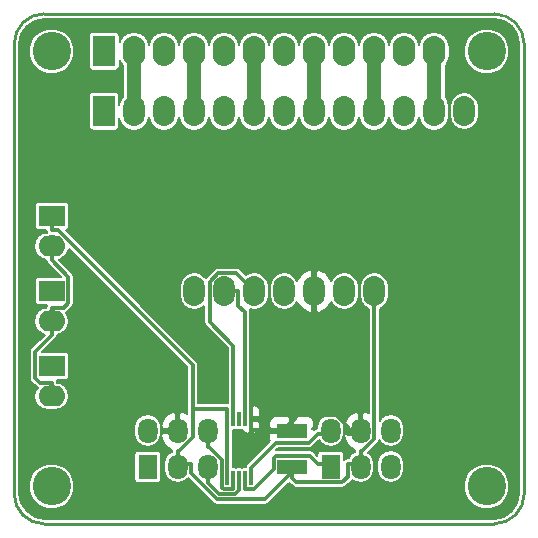
<source format=gbl>
%TF.GenerationSoftware,KiCad,Pcbnew,no-vcs-found-427e5ec~60~ubuntu16.04.1*%
%TF.CreationDate,2017-09-22T14:20:22-04:00*%
%TF.ProjectId,i2c_interface_mpr121,6932635F696E746572666163655F6D70,1.0*%
%TF.SameCoordinates,Original*%
%TF.FileFunction,Copper,L2,Bot,Signal*%
%TF.FilePolarity,Positive*%
%FSLAX46Y46*%
G04 Gerber Fmt 4.6, Leading zero omitted, Abs format (unit mm)*
G04 Created by KiCad (PCBNEW no-vcs-found-427e5ec~60~ubuntu16.04.1) date Fri Sep 22 14:20:22 2017*
%MOMM*%
%LPD*%
G01*
G04 APERTURE LIST*
%TA.AperFunction,NonConductor*%
%ADD10C,0.228600*%
%TD*%
%TA.AperFunction,ComponentPad*%
%ADD11R,1.625600X2.133600*%
%TD*%
%TA.AperFunction,ComponentPad*%
%ADD12O,1.625600X2.133600*%
%TD*%
%TA.AperFunction,ComponentPad*%
%ADD13C,3.250000*%
%TD*%
%TA.AperFunction,ComponentPad*%
%ADD14O,1.854200X2.540000*%
%TD*%
%TA.AperFunction,ComponentPad*%
%ADD15R,1.854200X2.540000*%
%TD*%
%TA.AperFunction,SMDPad,CuDef*%
%ADD16R,2.540000X1.270000*%
%TD*%
%TA.AperFunction,ComponentPad*%
%ADD17O,1.905000X2.540000*%
%TD*%
%TA.AperFunction,ComponentPad*%
%ADD18R,1.905000X2.540000*%
%TD*%
%TA.AperFunction,SMDPad,CuDef*%
%ADD19R,0.320000X1.250000*%
%TD*%
%TA.AperFunction,ComponentPad*%
%ADD20O,2.286000X1.778000*%
%TD*%
%TA.AperFunction,ComponentPad*%
%ADD21R,2.286000X1.778000*%
%TD*%
%TA.AperFunction,Conductor*%
%ADD22C,0.304800*%
%TD*%
%TA.AperFunction,Conductor*%
%ADD23C,1.219200*%
%TD*%
%TA.AperFunction,Conductor*%
%ADD24C,0.203200*%
%TD*%
G04 APERTURE END LIST*
D10*
X142240000Y-101600000D02*
X104140000Y-101600000D01*
X144780000Y-142240000D02*
X144780000Y-104140000D01*
X104140000Y-144780000D02*
X142240000Y-144780000D01*
X101600000Y-104140000D02*
X101600000Y-142240000D01*
X144780000Y-104140000D02*
G75*
G03X142240000Y-101600000I-2540000J0D01*
G01*
X142240000Y-144780000D02*
G75*
G03X144780000Y-142240000I0J2540000D01*
G01*
X101600000Y-142240000D02*
G75*
G03X104140000Y-144780000I2540000J0D01*
G01*
X104140000Y-101600000D02*
G75*
G03X101600000Y-104140000I0J-2540000D01*
G01*
D11*
%TO.P,P1,1*%
%TO.N,/DSCLP*%
X112903000Y-139954000D03*
D12*
%TO.P,P1,2*%
%TO.N,/DSCLM*%
X112903000Y-136906000D03*
%TO.P,P1,3*%
%TO.N,VEE*%
X115443000Y-139954000D03*
%TO.P,P1,4*%
%TO.N,GND*%
X115443000Y-136906000D03*
%TO.P,P1,5*%
%TO.N,/DSDAP*%
X117983000Y-139954000D03*
%TO.P,P1,6*%
%TO.N,/DSDAM*%
X117983000Y-136906000D03*
%TD*%
%TO.P,P2,6*%
%TO.N,/DSDAM*%
X133477000Y-136906000D03*
%TO.P,P2,5*%
%TO.N,/DSDAP*%
X133477000Y-139954000D03*
%TO.P,P2,4*%
%TO.N,GND*%
X130937000Y-136906000D03*
%TO.P,P2,3*%
%TO.N,VEE*%
X130937000Y-139954000D03*
%TO.P,P2,2*%
%TO.N,/DSCLM*%
X128397000Y-136906000D03*
D11*
%TO.P,P2,1*%
%TO.N,/DSCLP*%
X128397000Y-139954000D03*
%TD*%
D13*
%TO.P,SO1,1*%
%TO.N,Net-(SO1-Pad1)*%
X104775000Y-104775000D03*
%TD*%
%TO.P,SO2,1*%
%TO.N,Net-(SO2-Pad1)*%
X104775000Y-141605000D03*
%TD*%
%TO.P,SO3,1*%
%TO.N,Net-(SO3-Pad1)*%
X141605000Y-141605000D03*
%TD*%
%TO.P,SO4,1*%
%TO.N,Net-(SO4-Pad1)*%
X141605000Y-104775000D03*
%TD*%
D14*
%TO.P,AF1,13*%
%TO.N,N/C*%
X139700000Y-109855000D03*
%TO.P,AF1,12*%
%TO.N,/IN_0*%
X137160000Y-109855000D03*
%TO.P,AF1,11*%
%TO.N,/IN_1*%
X134620000Y-109855000D03*
%TO.P,AF1,10*%
%TO.N,/IN_2*%
X132080000Y-109855000D03*
%TO.P,AF1,9*%
%TO.N,/IN_3*%
X129540000Y-109855000D03*
%TO.P,AF1,8*%
%TO.N,/IN_4*%
X127000000Y-109855000D03*
%TO.P,AF1,7*%
%TO.N,/IN_5*%
X124460000Y-109855000D03*
%TO.P,AF1,6*%
%TO.N,/IN_6*%
X121920000Y-109855000D03*
%TO.P,AF1,5*%
%TO.N,/IN_7*%
X119380000Y-109855000D03*
%TO.P,AF1,4*%
%TO.N,/IN_8*%
X116840000Y-109855000D03*
%TO.P,AF1,3*%
%TO.N,/IN_9*%
X114300000Y-109855000D03*
%TO.P,AF1,2*%
%TO.N,/IN_10*%
X111760000Y-109855000D03*
D15*
%TO.P,AF1,1*%
%TO.N,/IN_11*%
X109220000Y-109855000D03*
D14*
%TO.P,AF1,14*%
%TO.N,VEE*%
X132080000Y-125095000D03*
%TO.P,AF1,15*%
%TO.N,N/C*%
X129540000Y-125095000D03*
%TO.P,AF1,16*%
%TO.N,GND*%
X127000000Y-125095000D03*
%TO.P,AF1,17*%
%TO.N,/ADDR*%
X124460000Y-125095000D03*
%TO.P,AF1,18*%
%TO.N,/SDA*%
X121920000Y-125095000D03*
%TO.P,AF1,19*%
%TO.N,/SCL*%
X119380000Y-125095000D03*
%TO.P,AF1,20*%
%TO.N,N/C*%
X116840000Y-125095000D03*
%TD*%
D16*
%TO.P,C1,1*%
%TO.N,VEE*%
X125095000Y-139954000D03*
%TO.P,C1,2*%
%TO.N,GND*%
X125095000Y-136906000D03*
%TD*%
D17*
%TO.P,T1,12*%
%TO.N,/IN_0*%
X137160000Y-104775000D03*
%TO.P,T1,11*%
%TO.N,/IN_1*%
X134620000Y-104775000D03*
%TO.P,T1,10*%
%TO.N,/IN_2*%
X132080000Y-104775000D03*
%TO.P,T1,9*%
%TO.N,/IN_3*%
X129540000Y-104775000D03*
%TO.P,T1,8*%
%TO.N,/IN_4*%
X127000000Y-104775000D03*
%TO.P,T1,7*%
%TO.N,/IN_5*%
X124460000Y-104775000D03*
%TO.P,T1,6*%
%TO.N,/IN_6*%
X121920000Y-104775000D03*
%TO.P,T1,5*%
%TO.N,/IN_7*%
X119380000Y-104775000D03*
D18*
%TO.P,T1,1*%
%TO.N,/IN_11*%
X109220000Y-104775000D03*
D17*
%TO.P,T1,2*%
%TO.N,/IN_10*%
X111760000Y-104775000D03*
%TO.P,T1,3*%
%TO.N,/IN_9*%
X114300000Y-104775000D03*
%TO.P,T1,4*%
%TO.N,/IN_8*%
X116840000Y-104775000D03*
%TD*%
D19*
%TO.P,U1,1*%
%TO.N,VEE*%
X119650000Y-135930000D03*
%TO.P,U1,2*%
%TO.N,/SDA*%
X120150000Y-135930000D03*
%TO.P,U1,3*%
%TO.N,N/C*%
X120650000Y-135930000D03*
%TO.P,U1,4*%
%TO.N,/SCL*%
X121150000Y-135930000D03*
%TO.P,U1,5*%
%TO.N,GND*%
X121650000Y-135930000D03*
%TO.P,U1,6*%
%TO.N,/DSCLM*%
X121650000Y-140930000D03*
%TO.P,U1,7*%
%TO.N,/DSCLP*%
X121150000Y-140930000D03*
%TO.P,U1,8*%
%TO.N,/DSDAP*%
X120650000Y-140930000D03*
%TO.P,U1,9*%
%TO.N,/DSDAM*%
X120150000Y-140930000D03*
%TO.P,U1,10*%
%TO.N,VEE*%
X119650000Y-140930000D03*
%TD*%
D20*
%TO.P,S1,2*%
%TO.N,/ADDR*%
X104775000Y-121285000D03*
D21*
%TO.P,S1,1*%
%TO.N,VEE*%
X104775000Y-118745000D03*
%TD*%
%TO.P,S2,1*%
%TO.N,/SDA*%
X104775000Y-125095000D03*
D20*
%TO.P,S2,2*%
%TO.N,/ADDR*%
X104775000Y-127635000D03*
%TD*%
%TO.P,S3,2*%
%TO.N,/ADDR*%
X104775000Y-133985000D03*
D21*
%TO.P,S3,1*%
%TO.N,/SCL*%
X104775000Y-131445000D03*
%TD*%
D22*
%TO.N,/SCL*%
X121150000Y-126865000D02*
X121150000Y-135930000D01*
X120586500Y-126301500D02*
X121150000Y-126865000D01*
X120586500Y-125095000D02*
X120586500Y-126301500D01*
X119380000Y-125095000D02*
X120586500Y-125095000D01*
%TO.N,/SDA*%
X120150000Y-129692600D02*
X120150000Y-135930000D01*
X118165000Y-127707600D02*
X120150000Y-129692600D01*
X118165000Y-124285300D02*
X118165000Y-127707600D01*
X118890600Y-123559700D02*
X118165000Y-124285300D01*
X120384700Y-123559700D02*
X118890600Y-123559700D01*
X121920000Y-125095000D02*
X120384700Y-123559700D01*
%TO.N,GND*%
X123474000Y-136834400D02*
X123545600Y-136906000D01*
X121650000Y-136834400D02*
X123474000Y-136834400D01*
X121650000Y-135930000D02*
X121650000Y-136834400D01*
X125095000Y-136906000D02*
X124320300Y-136906000D01*
X124320300Y-136906000D02*
X123545600Y-136906000D01*
X129844800Y-136559600D02*
X129844800Y-137160000D01*
X128861300Y-135576100D02*
X129844800Y-136559600D01*
X125650200Y-135576100D02*
X128861300Y-135576100D01*
X124320300Y-136906000D02*
X125650200Y-135576100D01*
X130937000Y-137160000D02*
X129844800Y-137160000D01*
%TO.N,VEE*%
X119650000Y-140930000D02*
X119650000Y-135930000D01*
X131050200Y-138607800D02*
X130937000Y-138607800D01*
X132080000Y-137578000D02*
X131050200Y-138607800D01*
X132080000Y-125095000D02*
X132080000Y-137578000D01*
X130937000Y-139700000D02*
X130937000Y-138607800D01*
X104775000Y-118745000D02*
X104775000Y-119913400D01*
X119650000Y-135930000D02*
X119650000Y-135025600D01*
X116713000Y-135025600D02*
X119650000Y-135025600D01*
X116713000Y-131340200D02*
X116713000Y-135025600D01*
X105286200Y-119913400D02*
X116713000Y-131340200D01*
X104775000Y-119913400D02*
X105286200Y-119913400D01*
X115556200Y-138607800D02*
X115443000Y-138607800D01*
X116713000Y-137451000D02*
X115556200Y-138607800D01*
X116713000Y-135025600D02*
X116713000Y-137451000D01*
X115443000Y-139700000D02*
X115443000Y-138607800D01*
X129844800Y-140792200D02*
X129844800Y-139700000D01*
X129361800Y-141275200D02*
X129844800Y-140792200D01*
X125501800Y-141275200D02*
X129361800Y-141275200D01*
X125095000Y-140868400D02*
X125501800Y-141275200D01*
X130937000Y-139700000D02*
X129844800Y-139700000D01*
X125095000Y-139954000D02*
X125095000Y-140411200D01*
X125095000Y-140411200D02*
X125095000Y-140868400D01*
X116535200Y-140435400D02*
X116535200Y-139700000D01*
X118791100Y-142691300D02*
X116535200Y-140435400D01*
X122814900Y-142691300D02*
X118791100Y-142691300D01*
X125095000Y-140411200D02*
X122814900Y-142691300D01*
X115443000Y-139700000D02*
X116535200Y-139700000D01*
D23*
%TO.N,/IN_10*%
X111760000Y-104775000D02*
X111760000Y-109855000D01*
%TO.N,/IN_8*%
X116840000Y-104775000D02*
X116840000Y-109855000D01*
%TO.N,/IN_6*%
X121920000Y-104775000D02*
X121920000Y-109855000D01*
%TO.N,/IN_4*%
X127000000Y-104775000D02*
X127000000Y-109855000D01*
%TO.N,/IN_2*%
X132080000Y-104775000D02*
X132080000Y-109855000D01*
%TO.N,/IN_0*%
X137160000Y-104775000D02*
X137160000Y-109855000D01*
D22*
%TO.N,/DSCLP*%
X126620300Y-139015500D02*
X127304800Y-139700000D01*
X123758800Y-139015500D02*
X126620300Y-139015500D01*
X123570600Y-139203700D02*
X123758800Y-139015500D01*
X123570600Y-140177500D02*
X123570600Y-139203700D01*
X121913700Y-141834400D02*
X123570600Y-140177500D01*
X121150000Y-141834400D02*
X121913700Y-141834400D01*
X121150000Y-140930000D02*
X121150000Y-141834400D01*
X128397000Y-139700000D02*
X127304800Y-139700000D01*
%TO.N,/DSCLM*%
X123743300Y-137932300D02*
X121650000Y-140025600D01*
X126532500Y-137932300D02*
X123743300Y-137932300D01*
X127304800Y-137160000D02*
X126532500Y-137932300D01*
X128397000Y-137160000D02*
X127304800Y-137160000D01*
X121650000Y-140930000D02*
X121650000Y-140025600D01*
%TO.N,/DSDAP*%
X118929300Y-142246500D02*
X117983000Y-141300200D01*
X120317600Y-142246500D02*
X118929300Y-142246500D01*
X120650000Y-141914100D02*
X120317600Y-142246500D01*
X120650000Y-140930000D02*
X120650000Y-141914100D01*
X117983000Y-139700000D02*
X117983000Y-141300200D01*
%TO.N,/DSDAM*%
X118096200Y-138252200D02*
X117983000Y-138252200D01*
X119235600Y-139391600D02*
X118096200Y-138252200D01*
X119235600Y-141742300D02*
X119235600Y-139391600D01*
X119327700Y-141834400D02*
X119235600Y-141742300D01*
X120150000Y-141834400D02*
X119327700Y-141834400D01*
X120150000Y-140930000D02*
X120150000Y-141834400D01*
X117983000Y-137160000D02*
X117983000Y-138252200D01*
%TO.N,/ADDR*%
X106172400Y-123850800D02*
X104775000Y-122453400D01*
X106172400Y-126091500D02*
X106172400Y-123850800D01*
X105797300Y-126466600D02*
X106172400Y-126091500D01*
X104775000Y-126466600D02*
X105797300Y-126466600D01*
X104775000Y-127635000D02*
X104775000Y-126466600D01*
X104775000Y-121285000D02*
X104775000Y-122453400D01*
X103377600Y-130200800D02*
X104775000Y-128803400D01*
X103377600Y-132441600D02*
X103377600Y-130200800D01*
X103752600Y-132816600D02*
X103377600Y-132441600D01*
X104775000Y-132816600D02*
X103752600Y-132816600D01*
X104775000Y-133985000D02*
X104775000Y-132816600D01*
X104775000Y-127635000D02*
X104775000Y-128803400D01*
%TD*%
D24*
%TO.N,GND*%
G36*
X143048490Y-102188129D02*
X143733896Y-102646102D01*
X144191871Y-103331510D01*
X144360900Y-104181277D01*
X144360900Y-142198723D01*
X144191871Y-143048490D01*
X143733896Y-143733898D01*
X143048490Y-144191871D01*
X142198723Y-144360900D01*
X104181277Y-144360900D01*
X103331510Y-144191871D01*
X102646102Y-143733896D01*
X102188129Y-143048490D01*
X102019100Y-142198723D01*
X102019100Y-141987177D01*
X102844866Y-141987177D01*
X103138041Y-142696716D01*
X103680429Y-143240051D01*
X104389455Y-143534464D01*
X105157177Y-143535134D01*
X105866716Y-143241959D01*
X106410051Y-142699571D01*
X106704464Y-141990545D01*
X106705134Y-141222823D01*
X106411959Y-140513284D01*
X105869571Y-139969949D01*
X105160545Y-139675536D01*
X104392823Y-139674866D01*
X103683284Y-139968041D01*
X103139949Y-140510429D01*
X102845536Y-141219455D01*
X102844866Y-141987177D01*
X102019100Y-141987177D01*
X102019100Y-138887200D01*
X111779429Y-138887200D01*
X111779429Y-141020800D01*
X111803085Y-141139727D01*
X111870452Y-141240548D01*
X111971273Y-141307915D01*
X112090200Y-141331571D01*
X113715800Y-141331571D01*
X113834727Y-141307915D01*
X113935548Y-141240548D01*
X114002915Y-141139727D01*
X114026571Y-141020800D01*
X114026571Y-138887200D01*
X114002915Y-138768273D01*
X113935548Y-138667452D01*
X113834727Y-138600085D01*
X113715800Y-138576429D01*
X112090200Y-138576429D01*
X111971273Y-138600085D01*
X111870452Y-138667452D01*
X111803085Y-138768273D01*
X111779429Y-138887200D01*
X102019100Y-138887200D01*
X102019100Y-136625129D01*
X111785400Y-136625129D01*
X111785400Y-137186871D01*
X111870472Y-137614558D01*
X112112737Y-137977134D01*
X112475313Y-138219399D01*
X112903000Y-138304471D01*
X113330687Y-138219399D01*
X113693263Y-137977134D01*
X113935528Y-137614558D01*
X114020600Y-137186871D01*
X114020600Y-136625129D01*
X114001477Y-136528988D01*
X114016861Y-136528988D01*
X114167576Y-136753600D01*
X115290600Y-136753600D01*
X115290600Y-135391177D01*
X115071245Y-135279040D01*
X115010888Y-135287345D01*
X114521550Y-135556585D01*
X114172494Y-135992592D01*
X114016861Y-136528988D01*
X114001477Y-136528988D01*
X113935528Y-136197442D01*
X113693263Y-135834866D01*
X113330687Y-135592601D01*
X112903000Y-135507529D01*
X112475313Y-135592601D01*
X112112737Y-135834866D01*
X111870472Y-136197442D01*
X111785400Y-136625129D01*
X102019100Y-136625129D01*
X102019100Y-130200800D01*
X102920400Y-130200800D01*
X102920400Y-132441600D01*
X102955202Y-132616563D01*
X103054311Y-132764889D01*
X103429311Y-133139889D01*
X103577637Y-133238998D01*
X103582296Y-133239925D01*
X103389709Y-133528153D01*
X103298836Y-133985000D01*
X103389709Y-134441847D01*
X103648492Y-134829144D01*
X104035789Y-135087927D01*
X104492636Y-135178800D01*
X105057364Y-135178800D01*
X105514211Y-135087927D01*
X105901508Y-134829144D01*
X106160291Y-134441847D01*
X106251164Y-133985000D01*
X106160291Y-133528153D01*
X105901508Y-133140856D01*
X105514211Y-132882073D01*
X105232200Y-132825977D01*
X105232200Y-132816600D01*
X105198021Y-132644771D01*
X105918000Y-132644771D01*
X106036927Y-132621115D01*
X106137748Y-132553748D01*
X106205115Y-132452927D01*
X106228771Y-132334000D01*
X106228771Y-130556000D01*
X106205115Y-130437073D01*
X106137748Y-130336252D01*
X106036927Y-130268885D01*
X105918000Y-130245229D01*
X103979749Y-130245229D01*
X105098289Y-129126689D01*
X105197398Y-128978363D01*
X105232200Y-128803400D01*
X105232200Y-128794023D01*
X105514211Y-128737927D01*
X105901508Y-128479144D01*
X106160291Y-128091847D01*
X106251164Y-127635000D01*
X106160291Y-127178153D01*
X105967692Y-126889907D01*
X105972263Y-126888998D01*
X106120589Y-126789889D01*
X106495690Y-126414789D01*
X106594798Y-126266463D01*
X106629600Y-126091500D01*
X106629600Y-123850800D01*
X106594798Y-123675837D01*
X106495689Y-123527511D01*
X105382337Y-122414159D01*
X105514211Y-122387927D01*
X105901508Y-122129144D01*
X106160291Y-121741847D01*
X106211355Y-121485133D01*
X116255800Y-131529579D01*
X116255800Y-135496804D01*
X115875112Y-135287345D01*
X115814755Y-135279040D01*
X115595400Y-135391177D01*
X115595400Y-136753600D01*
X115615400Y-136753600D01*
X115615400Y-137058400D01*
X115595400Y-137058400D01*
X115595400Y-137078400D01*
X115290600Y-137078400D01*
X115290600Y-137058400D01*
X114167576Y-137058400D01*
X114016861Y-137283012D01*
X114172494Y-137819408D01*
X114521550Y-138255415D01*
X115003182Y-138520415D01*
X114985800Y-138607800D01*
X114985800Y-138660321D01*
X114652737Y-138882866D01*
X114410472Y-139245442D01*
X114325400Y-139673129D01*
X114325400Y-140234871D01*
X114410472Y-140662558D01*
X114652737Y-141025134D01*
X115015313Y-141267399D01*
X115443000Y-141352471D01*
X115870687Y-141267399D01*
X116233263Y-141025134D01*
X116331433Y-140878211D01*
X118467811Y-143014589D01*
X118616137Y-143113698D01*
X118791100Y-143148500D01*
X122814900Y-143148500D01*
X122989863Y-143113698D01*
X123138189Y-143014589D01*
X124165601Y-141987177D01*
X139674866Y-141987177D01*
X139968041Y-142696716D01*
X140510429Y-143240051D01*
X141219455Y-143534464D01*
X141987177Y-143535134D01*
X142696716Y-143241959D01*
X143240051Y-142699571D01*
X143534464Y-141990545D01*
X143535134Y-141222823D01*
X143241959Y-140513284D01*
X142699571Y-139969949D01*
X141990545Y-139675536D01*
X141222823Y-139674866D01*
X140513284Y-139968041D01*
X139969949Y-140510429D01*
X139675536Y-141219455D01*
X139674866Y-141987177D01*
X124165601Y-141987177D01*
X124866400Y-141286378D01*
X125178511Y-141598489D01*
X125326837Y-141697598D01*
X125501800Y-141732400D01*
X129361800Y-141732400D01*
X129536763Y-141697598D01*
X129685089Y-141598489D01*
X130168089Y-141115489D01*
X130203237Y-141062886D01*
X130509313Y-141267399D01*
X130937000Y-141352471D01*
X131364687Y-141267399D01*
X131727263Y-141025134D01*
X131969528Y-140662558D01*
X132054600Y-140234871D01*
X132054600Y-139673129D01*
X132359400Y-139673129D01*
X132359400Y-140234871D01*
X132444472Y-140662558D01*
X132686737Y-141025134D01*
X133049313Y-141267399D01*
X133477000Y-141352471D01*
X133904687Y-141267399D01*
X134267263Y-141025134D01*
X134509528Y-140662558D01*
X134594600Y-140234871D01*
X134594600Y-139673129D01*
X134509528Y-139245442D01*
X134267263Y-138882866D01*
X133904687Y-138640601D01*
X133477000Y-138555529D01*
X133049313Y-138640601D01*
X132686737Y-138882866D01*
X132444472Y-139245442D01*
X132359400Y-139673129D01*
X132054600Y-139673129D01*
X131969528Y-139245442D01*
X131727263Y-138882866D01*
X131544098Y-138760480D01*
X132403289Y-137901289D01*
X132502398Y-137752963D01*
X132510324Y-137713113D01*
X132686737Y-137977134D01*
X133049313Y-138219399D01*
X133477000Y-138304471D01*
X133904687Y-138219399D01*
X134267263Y-137977134D01*
X134509528Y-137614558D01*
X134594600Y-137186871D01*
X134594600Y-136625129D01*
X134509528Y-136197442D01*
X134267263Y-135834866D01*
X133904687Y-135592601D01*
X133477000Y-135507529D01*
X133049313Y-135592601D01*
X132686737Y-135834866D01*
X132537200Y-136058664D01*
X132537200Y-126609709D01*
X132551428Y-126606879D01*
X132951085Y-126339837D01*
X133218127Y-125940180D01*
X133311900Y-125468752D01*
X133311900Y-124721248D01*
X133218127Y-124249820D01*
X132951085Y-123850163D01*
X132551428Y-123583121D01*
X132080000Y-123489348D01*
X131608572Y-123583121D01*
X131208915Y-123850163D01*
X130941873Y-124249820D01*
X130848100Y-124721248D01*
X130848100Y-125468752D01*
X130941873Y-125940180D01*
X131208915Y-126339837D01*
X131608572Y-126606879D01*
X131622800Y-126609709D01*
X131622800Y-135426927D01*
X131369112Y-135287345D01*
X131308755Y-135279040D01*
X131089400Y-135391177D01*
X131089400Y-136753600D01*
X131109400Y-136753600D01*
X131109400Y-137058400D01*
X131089400Y-137058400D01*
X131089400Y-137078400D01*
X130784600Y-137078400D01*
X130784600Y-137058400D01*
X129661576Y-137058400D01*
X129510861Y-137283012D01*
X129666494Y-137819408D01*
X130015550Y-138255415D01*
X130497182Y-138520415D01*
X130479800Y-138607800D01*
X130479800Y-138660321D01*
X130146737Y-138882866D01*
X129906237Y-139242800D01*
X129844800Y-139242800D01*
X129669837Y-139277602D01*
X129521511Y-139376711D01*
X129520571Y-139378118D01*
X129520571Y-138887200D01*
X129496915Y-138768273D01*
X129429548Y-138667452D01*
X129328727Y-138600085D01*
X129209800Y-138576429D01*
X127584200Y-138576429D01*
X127465273Y-138600085D01*
X127364452Y-138667452D01*
X127297085Y-138768273D01*
X127273429Y-138887200D01*
X127273429Y-139022051D01*
X126943589Y-138692211D01*
X126795263Y-138593102D01*
X126620300Y-138558300D01*
X123763878Y-138558300D01*
X123932678Y-138389500D01*
X126532500Y-138389500D01*
X126707463Y-138354698D01*
X126855789Y-138255589D01*
X127417483Y-137693895D01*
X127606737Y-137977134D01*
X127969313Y-138219399D01*
X128397000Y-138304471D01*
X128824687Y-138219399D01*
X129187263Y-137977134D01*
X129429528Y-137614558D01*
X129514600Y-137186871D01*
X129514600Y-136625129D01*
X129495477Y-136528988D01*
X129510861Y-136528988D01*
X129661576Y-136753600D01*
X130784600Y-136753600D01*
X130784600Y-135391177D01*
X130565245Y-135279040D01*
X130504888Y-135287345D01*
X130015550Y-135556585D01*
X129666494Y-135992592D01*
X129510861Y-136528988D01*
X129495477Y-136528988D01*
X129429528Y-136197442D01*
X129187263Y-135834866D01*
X128824687Y-135592601D01*
X128397000Y-135507529D01*
X127969313Y-135592601D01*
X127606737Y-135834866D01*
X127364472Y-136197442D01*
X127279400Y-136625129D01*
X127279400Y-136707852D01*
X127129837Y-136737602D01*
X126981511Y-136836711D01*
X126974600Y-136843622D01*
X126974600Y-136753598D01*
X126822202Y-136753598D01*
X126974600Y-136601200D01*
X126974600Y-136149743D01*
X126881794Y-135925689D01*
X126710311Y-135754206D01*
X126486257Y-135661400D01*
X125399800Y-135661400D01*
X125247400Y-135813800D01*
X125247400Y-136753600D01*
X125267400Y-136753600D01*
X125267400Y-137058400D01*
X125247400Y-137058400D01*
X125247400Y-137078400D01*
X124942600Y-137078400D01*
X124942600Y-137058400D01*
X123367800Y-137058400D01*
X123215400Y-137210800D01*
X123215400Y-137662257D01*
X123259734Y-137769288D01*
X121326711Y-139702311D01*
X121227602Y-139850637D01*
X121199040Y-139994229D01*
X120990000Y-139994229D01*
X120900000Y-140012131D01*
X120810000Y-139994229D01*
X120490000Y-139994229D01*
X120400000Y-140012131D01*
X120310000Y-139994229D01*
X120107200Y-139994229D01*
X120107200Y-136865771D01*
X120310000Y-136865771D01*
X120400000Y-136847869D01*
X120490000Y-136865771D01*
X120810000Y-136865771D01*
X120900000Y-136847869D01*
X120956107Y-136859029D01*
X120973206Y-136900311D01*
X121144689Y-137071794D01*
X121368743Y-137164600D01*
X121417600Y-137164600D01*
X121570000Y-137012200D01*
X121570000Y-136714507D01*
X121597115Y-136673927D01*
X121620771Y-136555000D01*
X121620771Y-136082400D01*
X121730000Y-136082400D01*
X121730000Y-137012200D01*
X121882400Y-137164600D01*
X121931257Y-137164600D01*
X122155311Y-137071794D01*
X122326794Y-136900311D01*
X122419600Y-136676257D01*
X122419600Y-136234800D01*
X122334543Y-136149743D01*
X123215400Y-136149743D01*
X123215400Y-136601200D01*
X123367800Y-136753600D01*
X124942600Y-136753600D01*
X124942600Y-135813800D01*
X124790200Y-135661400D01*
X123703743Y-135661400D01*
X123479689Y-135754206D01*
X123308206Y-135925689D01*
X123215400Y-136149743D01*
X122334543Y-136149743D01*
X122267200Y-136082400D01*
X121730000Y-136082400D01*
X121620771Y-136082400D01*
X121620771Y-135305000D01*
X121607200Y-135236774D01*
X121607200Y-134847800D01*
X121730000Y-134847800D01*
X121730000Y-135777600D01*
X122267200Y-135777600D01*
X122419600Y-135625200D01*
X122419600Y-135183743D01*
X122326794Y-134959689D01*
X122155311Y-134788206D01*
X121931257Y-134695400D01*
X121882400Y-134695400D01*
X121730000Y-134847800D01*
X121607200Y-134847800D01*
X121607200Y-126865000D01*
X121572398Y-126690037D01*
X121527296Y-126622538D01*
X121920000Y-126700652D01*
X122391428Y-126606879D01*
X122791085Y-126339837D01*
X123058127Y-125940180D01*
X123151900Y-125468752D01*
X123151900Y-124721248D01*
X123228100Y-124721248D01*
X123228100Y-125468752D01*
X123321873Y-125940180D01*
X123588915Y-126339837D01*
X123988572Y-126606879D01*
X124460000Y-126700652D01*
X124931428Y-126606879D01*
X125331085Y-126339837D01*
X125578586Y-125969425D01*
X125638595Y-126166769D01*
X126021152Y-126632274D01*
X126552730Y-126915947D01*
X126610269Y-126924357D01*
X126847600Y-126813785D01*
X126847600Y-125247400D01*
X126827600Y-125247400D01*
X126827600Y-124942600D01*
X126847600Y-124942600D01*
X126847600Y-123376215D01*
X127152400Y-123376215D01*
X127152400Y-124942600D01*
X127172400Y-124942600D01*
X127172400Y-125247400D01*
X127152400Y-125247400D01*
X127152400Y-126813785D01*
X127389731Y-126924357D01*
X127447270Y-126915947D01*
X127978848Y-126632274D01*
X128361405Y-126166769D01*
X128421414Y-125969425D01*
X128668915Y-126339837D01*
X129068572Y-126606879D01*
X129540000Y-126700652D01*
X130011428Y-126606879D01*
X130411085Y-126339837D01*
X130678127Y-125940180D01*
X130771900Y-125468752D01*
X130771900Y-124721248D01*
X130678127Y-124249820D01*
X130411085Y-123850163D01*
X130011428Y-123583121D01*
X129540000Y-123489348D01*
X129068572Y-123583121D01*
X128668915Y-123850163D01*
X128421414Y-124220575D01*
X128361405Y-124023231D01*
X127978848Y-123557726D01*
X127447270Y-123274053D01*
X127389731Y-123265643D01*
X127152400Y-123376215D01*
X126847600Y-123376215D01*
X126610269Y-123265643D01*
X126552730Y-123274053D01*
X126021152Y-123557726D01*
X125638595Y-124023231D01*
X125578586Y-124220575D01*
X125331085Y-123850163D01*
X124931428Y-123583121D01*
X124460000Y-123489348D01*
X123988572Y-123583121D01*
X123588915Y-123850163D01*
X123321873Y-124249820D01*
X123228100Y-124721248D01*
X123151900Y-124721248D01*
X123058127Y-124249820D01*
X122791085Y-123850163D01*
X122391428Y-123583121D01*
X121920000Y-123489348D01*
X121448572Y-123583121D01*
X121212462Y-123740884D01*
X120707989Y-123236411D01*
X120559663Y-123137302D01*
X120384700Y-123102500D01*
X118890600Y-123102500D01*
X118715637Y-123137302D01*
X118567311Y-123236411D01*
X117841711Y-123962011D01*
X117813765Y-124003835D01*
X117711085Y-123850163D01*
X117311428Y-123583121D01*
X116840000Y-123489348D01*
X116368572Y-123583121D01*
X115968915Y-123850163D01*
X115701873Y-124249820D01*
X115608100Y-124721248D01*
X115608100Y-125468752D01*
X115701873Y-125940180D01*
X115968915Y-126339837D01*
X116368572Y-126606879D01*
X116840000Y-126700652D01*
X117311428Y-126606879D01*
X117707800Y-126342032D01*
X117707800Y-127707600D01*
X117742602Y-127882563D01*
X117841711Y-128030889D01*
X119692800Y-129881978D01*
X119692800Y-134576913D01*
X119650000Y-134568400D01*
X117170200Y-134568400D01*
X117170200Y-131340200D01*
X117135398Y-131165237D01*
X117036290Y-131016911D01*
X105956492Y-119937114D01*
X106036927Y-119921115D01*
X106137748Y-119853748D01*
X106205115Y-119752927D01*
X106228771Y-119634000D01*
X106228771Y-117856000D01*
X106205115Y-117737073D01*
X106137748Y-117636252D01*
X106036927Y-117568885D01*
X105918000Y-117545229D01*
X103632000Y-117545229D01*
X103513073Y-117568885D01*
X103412252Y-117636252D01*
X103344885Y-117737073D01*
X103321229Y-117856000D01*
X103321229Y-119634000D01*
X103344885Y-119752927D01*
X103412252Y-119853748D01*
X103513073Y-119921115D01*
X103632000Y-119944771D01*
X104324040Y-119944771D01*
X104352602Y-120088363D01*
X104370704Y-120115454D01*
X104035789Y-120182073D01*
X103648492Y-120440856D01*
X103389709Y-120828153D01*
X103298836Y-121285000D01*
X103389709Y-121741847D01*
X103648492Y-122129144D01*
X104035789Y-122387927D01*
X104317800Y-122444023D01*
X104317800Y-122453400D01*
X104352602Y-122628363D01*
X104451711Y-122776689D01*
X105570251Y-123895229D01*
X103632000Y-123895229D01*
X103513073Y-123918885D01*
X103412252Y-123986252D01*
X103344885Y-124087073D01*
X103321229Y-124206000D01*
X103321229Y-125984000D01*
X103344885Y-126102927D01*
X103412252Y-126203748D01*
X103513073Y-126271115D01*
X103632000Y-126294771D01*
X104351979Y-126294771D01*
X104317800Y-126466600D01*
X104317800Y-126475977D01*
X104035789Y-126532073D01*
X103648492Y-126790856D01*
X103389709Y-127178153D01*
X103298836Y-127635000D01*
X103389709Y-128091847D01*
X103648492Y-128479144D01*
X104035789Y-128737927D01*
X104167663Y-128764159D01*
X103054311Y-129877511D01*
X102955202Y-130025837D01*
X102920400Y-130200800D01*
X102019100Y-130200800D01*
X102019100Y-105157177D01*
X102844866Y-105157177D01*
X103138041Y-105866716D01*
X103680429Y-106410051D01*
X104389455Y-106704464D01*
X105157177Y-106705134D01*
X105866716Y-106411959D01*
X106410051Y-105869571D01*
X106704464Y-105160545D01*
X106705134Y-104392823D01*
X106411959Y-103683284D01*
X106233986Y-103505000D01*
X107904934Y-103505000D01*
X107904934Y-106045000D01*
X107932533Y-106183748D01*
X108011127Y-106301373D01*
X108128752Y-106379967D01*
X108267500Y-106407566D01*
X110172500Y-106407566D01*
X110311248Y-106379967D01*
X110428873Y-106301373D01*
X110507467Y-106183748D01*
X110535066Y-106045000D01*
X110535066Y-105542451D01*
X110551473Y-105624935D01*
X110794800Y-105989099D01*
X110794800Y-108660341D01*
X110574940Y-108989385D01*
X110509666Y-109317539D01*
X110509666Y-108585000D01*
X110482067Y-108446252D01*
X110403473Y-108328627D01*
X110285848Y-108250033D01*
X110147100Y-108222434D01*
X108292900Y-108222434D01*
X108154152Y-108250033D01*
X108036527Y-108328627D01*
X107957933Y-108446252D01*
X107930334Y-108585000D01*
X107930334Y-111125000D01*
X107957933Y-111263748D01*
X108036527Y-111381373D01*
X108154152Y-111459967D01*
X108292900Y-111487566D01*
X110147100Y-111487566D01*
X110285848Y-111459967D01*
X110403473Y-111381373D01*
X110482067Y-111263748D01*
X110509666Y-111125000D01*
X110509666Y-110392461D01*
X110574940Y-110720615D01*
X110852994Y-111136753D01*
X111269132Y-111414807D01*
X111760000Y-111512447D01*
X112250868Y-111414807D01*
X112667006Y-111136753D01*
X112945060Y-110720615D01*
X113030000Y-110293594D01*
X113114940Y-110720615D01*
X113392994Y-111136753D01*
X113809132Y-111414807D01*
X114300000Y-111512447D01*
X114790868Y-111414807D01*
X115207006Y-111136753D01*
X115485060Y-110720615D01*
X115570000Y-110293594D01*
X115654940Y-110720615D01*
X115932994Y-111136753D01*
X116349132Y-111414807D01*
X116840000Y-111512447D01*
X117330868Y-111414807D01*
X117747006Y-111136753D01*
X118025060Y-110720615D01*
X118110000Y-110293594D01*
X118194940Y-110720615D01*
X118472994Y-111136753D01*
X118889132Y-111414807D01*
X119380000Y-111512447D01*
X119870868Y-111414807D01*
X120287006Y-111136753D01*
X120565060Y-110720615D01*
X120650000Y-110293594D01*
X120734940Y-110720615D01*
X121012994Y-111136753D01*
X121429132Y-111414807D01*
X121920000Y-111512447D01*
X122410868Y-111414807D01*
X122827006Y-111136753D01*
X123105060Y-110720615D01*
X123190000Y-110293594D01*
X123274940Y-110720615D01*
X123552994Y-111136753D01*
X123969132Y-111414807D01*
X124460000Y-111512447D01*
X124950868Y-111414807D01*
X125367006Y-111136753D01*
X125645060Y-110720615D01*
X125730000Y-110293594D01*
X125814940Y-110720615D01*
X126092994Y-111136753D01*
X126509132Y-111414807D01*
X127000000Y-111512447D01*
X127490868Y-111414807D01*
X127907006Y-111136753D01*
X128185060Y-110720615D01*
X128270000Y-110293594D01*
X128354940Y-110720615D01*
X128632994Y-111136753D01*
X129049132Y-111414807D01*
X129540000Y-111512447D01*
X130030868Y-111414807D01*
X130447006Y-111136753D01*
X130725060Y-110720615D01*
X130810000Y-110293594D01*
X130894940Y-110720615D01*
X131172994Y-111136753D01*
X131589132Y-111414807D01*
X132080000Y-111512447D01*
X132570868Y-111414807D01*
X132987006Y-111136753D01*
X133265060Y-110720615D01*
X133350000Y-110293594D01*
X133434940Y-110720615D01*
X133712994Y-111136753D01*
X134129132Y-111414807D01*
X134620000Y-111512447D01*
X135110868Y-111414807D01*
X135527006Y-111136753D01*
X135805060Y-110720615D01*
X135890000Y-110293594D01*
X135974940Y-110720615D01*
X136252994Y-111136753D01*
X136669132Y-111414807D01*
X137160000Y-111512447D01*
X137650868Y-111414807D01*
X138067006Y-111136753D01*
X138345060Y-110720615D01*
X138442700Y-110229747D01*
X138442700Y-109481248D01*
X138468100Y-109481248D01*
X138468100Y-110228752D01*
X138561873Y-110700180D01*
X138828915Y-111099837D01*
X139228572Y-111366879D01*
X139700000Y-111460652D01*
X140171428Y-111366879D01*
X140571085Y-111099837D01*
X140838127Y-110700180D01*
X140931900Y-110228752D01*
X140931900Y-109481248D01*
X140838127Y-109009820D01*
X140571085Y-108610163D01*
X140171428Y-108343121D01*
X139700000Y-108249348D01*
X139228572Y-108343121D01*
X138828915Y-108610163D01*
X138561873Y-109009820D01*
X138468100Y-109481248D01*
X138442700Y-109481248D01*
X138442700Y-109480253D01*
X138345060Y-108989385D01*
X138125200Y-108660341D01*
X138125200Y-105989099D01*
X138368527Y-105624935D01*
X138461569Y-105157177D01*
X139674866Y-105157177D01*
X139968041Y-105866716D01*
X140510429Y-106410051D01*
X141219455Y-106704464D01*
X141987177Y-106705134D01*
X142696716Y-106411959D01*
X143240051Y-105869571D01*
X143534464Y-105160545D01*
X143535134Y-104392823D01*
X143241959Y-103683284D01*
X142699571Y-103139949D01*
X141990545Y-102845536D01*
X141222823Y-102844866D01*
X140513284Y-103138041D01*
X139969949Y-103680429D01*
X139675536Y-104389455D01*
X139674866Y-105157177D01*
X138461569Y-105157177D01*
X138468100Y-105124347D01*
X138468100Y-104425653D01*
X138368527Y-103925065D01*
X138084966Y-103500687D01*
X137660588Y-103217126D01*
X137160000Y-103117553D01*
X136659412Y-103217126D01*
X136235034Y-103500687D01*
X135951473Y-103925065D01*
X135890000Y-104234111D01*
X135828527Y-103925065D01*
X135544966Y-103500687D01*
X135120588Y-103217126D01*
X134620000Y-103117553D01*
X134119412Y-103217126D01*
X133695034Y-103500687D01*
X133411473Y-103925065D01*
X133350000Y-104234111D01*
X133288527Y-103925065D01*
X133004966Y-103500687D01*
X132580588Y-103217126D01*
X132080000Y-103117553D01*
X131579412Y-103217126D01*
X131155034Y-103500687D01*
X130871473Y-103925065D01*
X130810000Y-104234111D01*
X130748527Y-103925065D01*
X130464966Y-103500687D01*
X130040588Y-103217126D01*
X129540000Y-103117553D01*
X129039412Y-103217126D01*
X128615034Y-103500687D01*
X128331473Y-103925065D01*
X128270000Y-104234111D01*
X128208527Y-103925065D01*
X127924966Y-103500687D01*
X127500588Y-103217126D01*
X127000000Y-103117553D01*
X126499412Y-103217126D01*
X126075034Y-103500687D01*
X125791473Y-103925065D01*
X125730000Y-104234111D01*
X125668527Y-103925065D01*
X125384966Y-103500687D01*
X124960588Y-103217126D01*
X124460000Y-103117553D01*
X123959412Y-103217126D01*
X123535034Y-103500687D01*
X123251473Y-103925065D01*
X123190000Y-104234111D01*
X123128527Y-103925065D01*
X122844966Y-103500687D01*
X122420588Y-103217126D01*
X121920000Y-103117553D01*
X121419412Y-103217126D01*
X120995034Y-103500687D01*
X120711473Y-103925065D01*
X120650000Y-104234111D01*
X120588527Y-103925065D01*
X120304966Y-103500687D01*
X119880588Y-103217126D01*
X119380000Y-103117553D01*
X118879412Y-103217126D01*
X118455034Y-103500687D01*
X118171473Y-103925065D01*
X118110000Y-104234111D01*
X118048527Y-103925065D01*
X117764966Y-103500687D01*
X117340588Y-103217126D01*
X116840000Y-103117553D01*
X116339412Y-103217126D01*
X115915034Y-103500687D01*
X115631473Y-103925065D01*
X115570000Y-104234111D01*
X115508527Y-103925065D01*
X115224966Y-103500687D01*
X114800588Y-103217126D01*
X114300000Y-103117553D01*
X113799412Y-103217126D01*
X113375034Y-103500687D01*
X113091473Y-103925065D01*
X113030000Y-104234111D01*
X112968527Y-103925065D01*
X112684966Y-103500687D01*
X112260588Y-103217126D01*
X111760000Y-103117553D01*
X111259412Y-103217126D01*
X110835034Y-103500687D01*
X110551473Y-103925065D01*
X110535066Y-104007549D01*
X110535066Y-103505000D01*
X110507467Y-103366252D01*
X110428873Y-103248627D01*
X110311248Y-103170033D01*
X110172500Y-103142434D01*
X108267500Y-103142434D01*
X108128752Y-103170033D01*
X108011127Y-103248627D01*
X107932533Y-103366252D01*
X107904934Y-103505000D01*
X106233986Y-103505000D01*
X105869571Y-103139949D01*
X105160545Y-102845536D01*
X104392823Y-102844866D01*
X103683284Y-103138041D01*
X103139949Y-103680429D01*
X102845536Y-104389455D01*
X102844866Y-105157177D01*
X102019100Y-105157177D01*
X102019100Y-104181277D01*
X102188129Y-103331510D01*
X102646102Y-102646104D01*
X103331510Y-102188129D01*
X104181277Y-102019100D01*
X142198723Y-102019100D01*
X143048490Y-102188129D01*
X143048490Y-102188129D01*
G37*
X143048490Y-102188129D02*
X143733896Y-102646102D01*
X144191871Y-103331510D01*
X144360900Y-104181277D01*
X144360900Y-142198723D01*
X144191871Y-143048490D01*
X143733896Y-143733898D01*
X143048490Y-144191871D01*
X142198723Y-144360900D01*
X104181277Y-144360900D01*
X103331510Y-144191871D01*
X102646102Y-143733896D01*
X102188129Y-143048490D01*
X102019100Y-142198723D01*
X102019100Y-141987177D01*
X102844866Y-141987177D01*
X103138041Y-142696716D01*
X103680429Y-143240051D01*
X104389455Y-143534464D01*
X105157177Y-143535134D01*
X105866716Y-143241959D01*
X106410051Y-142699571D01*
X106704464Y-141990545D01*
X106705134Y-141222823D01*
X106411959Y-140513284D01*
X105869571Y-139969949D01*
X105160545Y-139675536D01*
X104392823Y-139674866D01*
X103683284Y-139968041D01*
X103139949Y-140510429D01*
X102845536Y-141219455D01*
X102844866Y-141987177D01*
X102019100Y-141987177D01*
X102019100Y-138887200D01*
X111779429Y-138887200D01*
X111779429Y-141020800D01*
X111803085Y-141139727D01*
X111870452Y-141240548D01*
X111971273Y-141307915D01*
X112090200Y-141331571D01*
X113715800Y-141331571D01*
X113834727Y-141307915D01*
X113935548Y-141240548D01*
X114002915Y-141139727D01*
X114026571Y-141020800D01*
X114026571Y-138887200D01*
X114002915Y-138768273D01*
X113935548Y-138667452D01*
X113834727Y-138600085D01*
X113715800Y-138576429D01*
X112090200Y-138576429D01*
X111971273Y-138600085D01*
X111870452Y-138667452D01*
X111803085Y-138768273D01*
X111779429Y-138887200D01*
X102019100Y-138887200D01*
X102019100Y-136625129D01*
X111785400Y-136625129D01*
X111785400Y-137186871D01*
X111870472Y-137614558D01*
X112112737Y-137977134D01*
X112475313Y-138219399D01*
X112903000Y-138304471D01*
X113330687Y-138219399D01*
X113693263Y-137977134D01*
X113935528Y-137614558D01*
X114020600Y-137186871D01*
X114020600Y-136625129D01*
X114001477Y-136528988D01*
X114016861Y-136528988D01*
X114167576Y-136753600D01*
X115290600Y-136753600D01*
X115290600Y-135391177D01*
X115071245Y-135279040D01*
X115010888Y-135287345D01*
X114521550Y-135556585D01*
X114172494Y-135992592D01*
X114016861Y-136528988D01*
X114001477Y-136528988D01*
X113935528Y-136197442D01*
X113693263Y-135834866D01*
X113330687Y-135592601D01*
X112903000Y-135507529D01*
X112475313Y-135592601D01*
X112112737Y-135834866D01*
X111870472Y-136197442D01*
X111785400Y-136625129D01*
X102019100Y-136625129D01*
X102019100Y-130200800D01*
X102920400Y-130200800D01*
X102920400Y-132441600D01*
X102955202Y-132616563D01*
X103054311Y-132764889D01*
X103429311Y-133139889D01*
X103577637Y-133238998D01*
X103582296Y-133239925D01*
X103389709Y-133528153D01*
X103298836Y-133985000D01*
X103389709Y-134441847D01*
X103648492Y-134829144D01*
X104035789Y-135087927D01*
X104492636Y-135178800D01*
X105057364Y-135178800D01*
X105514211Y-135087927D01*
X105901508Y-134829144D01*
X106160291Y-134441847D01*
X106251164Y-133985000D01*
X106160291Y-133528153D01*
X105901508Y-133140856D01*
X105514211Y-132882073D01*
X105232200Y-132825977D01*
X105232200Y-132816600D01*
X105198021Y-132644771D01*
X105918000Y-132644771D01*
X106036927Y-132621115D01*
X106137748Y-132553748D01*
X106205115Y-132452927D01*
X106228771Y-132334000D01*
X106228771Y-130556000D01*
X106205115Y-130437073D01*
X106137748Y-130336252D01*
X106036927Y-130268885D01*
X105918000Y-130245229D01*
X103979749Y-130245229D01*
X105098289Y-129126689D01*
X105197398Y-128978363D01*
X105232200Y-128803400D01*
X105232200Y-128794023D01*
X105514211Y-128737927D01*
X105901508Y-128479144D01*
X106160291Y-128091847D01*
X106251164Y-127635000D01*
X106160291Y-127178153D01*
X105967692Y-126889907D01*
X105972263Y-126888998D01*
X106120589Y-126789889D01*
X106495690Y-126414789D01*
X106594798Y-126266463D01*
X106629600Y-126091500D01*
X106629600Y-123850800D01*
X106594798Y-123675837D01*
X106495689Y-123527511D01*
X105382337Y-122414159D01*
X105514211Y-122387927D01*
X105901508Y-122129144D01*
X106160291Y-121741847D01*
X106211355Y-121485133D01*
X116255800Y-131529579D01*
X116255800Y-135496804D01*
X115875112Y-135287345D01*
X115814755Y-135279040D01*
X115595400Y-135391177D01*
X115595400Y-136753600D01*
X115615400Y-136753600D01*
X115615400Y-137058400D01*
X115595400Y-137058400D01*
X115595400Y-137078400D01*
X115290600Y-137078400D01*
X115290600Y-137058400D01*
X114167576Y-137058400D01*
X114016861Y-137283012D01*
X114172494Y-137819408D01*
X114521550Y-138255415D01*
X115003182Y-138520415D01*
X114985800Y-138607800D01*
X114985800Y-138660321D01*
X114652737Y-138882866D01*
X114410472Y-139245442D01*
X114325400Y-139673129D01*
X114325400Y-140234871D01*
X114410472Y-140662558D01*
X114652737Y-141025134D01*
X115015313Y-141267399D01*
X115443000Y-141352471D01*
X115870687Y-141267399D01*
X116233263Y-141025134D01*
X116331433Y-140878211D01*
X118467811Y-143014589D01*
X118616137Y-143113698D01*
X118791100Y-143148500D01*
X122814900Y-143148500D01*
X122989863Y-143113698D01*
X123138189Y-143014589D01*
X124165601Y-141987177D01*
X139674866Y-141987177D01*
X139968041Y-142696716D01*
X140510429Y-143240051D01*
X141219455Y-143534464D01*
X141987177Y-143535134D01*
X142696716Y-143241959D01*
X143240051Y-142699571D01*
X143534464Y-141990545D01*
X143535134Y-141222823D01*
X143241959Y-140513284D01*
X142699571Y-139969949D01*
X141990545Y-139675536D01*
X141222823Y-139674866D01*
X140513284Y-139968041D01*
X139969949Y-140510429D01*
X139675536Y-141219455D01*
X139674866Y-141987177D01*
X124165601Y-141987177D01*
X124866400Y-141286378D01*
X125178511Y-141598489D01*
X125326837Y-141697598D01*
X125501800Y-141732400D01*
X129361800Y-141732400D01*
X129536763Y-141697598D01*
X129685089Y-141598489D01*
X130168089Y-141115489D01*
X130203237Y-141062886D01*
X130509313Y-141267399D01*
X130937000Y-141352471D01*
X131364687Y-141267399D01*
X131727263Y-141025134D01*
X131969528Y-140662558D01*
X132054600Y-140234871D01*
X132054600Y-139673129D01*
X132359400Y-139673129D01*
X132359400Y-140234871D01*
X132444472Y-140662558D01*
X132686737Y-141025134D01*
X133049313Y-141267399D01*
X133477000Y-141352471D01*
X133904687Y-141267399D01*
X134267263Y-141025134D01*
X134509528Y-140662558D01*
X134594600Y-140234871D01*
X134594600Y-139673129D01*
X134509528Y-139245442D01*
X134267263Y-138882866D01*
X133904687Y-138640601D01*
X133477000Y-138555529D01*
X133049313Y-138640601D01*
X132686737Y-138882866D01*
X132444472Y-139245442D01*
X132359400Y-139673129D01*
X132054600Y-139673129D01*
X131969528Y-139245442D01*
X131727263Y-138882866D01*
X131544098Y-138760480D01*
X132403289Y-137901289D01*
X132502398Y-137752963D01*
X132510324Y-137713113D01*
X132686737Y-137977134D01*
X133049313Y-138219399D01*
X133477000Y-138304471D01*
X133904687Y-138219399D01*
X134267263Y-137977134D01*
X134509528Y-137614558D01*
X134594600Y-137186871D01*
X134594600Y-136625129D01*
X134509528Y-136197442D01*
X134267263Y-135834866D01*
X133904687Y-135592601D01*
X133477000Y-135507529D01*
X133049313Y-135592601D01*
X132686737Y-135834866D01*
X132537200Y-136058664D01*
X132537200Y-126609709D01*
X132551428Y-126606879D01*
X132951085Y-126339837D01*
X133218127Y-125940180D01*
X133311900Y-125468752D01*
X133311900Y-124721248D01*
X133218127Y-124249820D01*
X132951085Y-123850163D01*
X132551428Y-123583121D01*
X132080000Y-123489348D01*
X131608572Y-123583121D01*
X131208915Y-123850163D01*
X130941873Y-124249820D01*
X130848100Y-124721248D01*
X130848100Y-125468752D01*
X130941873Y-125940180D01*
X131208915Y-126339837D01*
X131608572Y-126606879D01*
X131622800Y-126609709D01*
X131622800Y-135426927D01*
X131369112Y-135287345D01*
X131308755Y-135279040D01*
X131089400Y-135391177D01*
X131089400Y-136753600D01*
X131109400Y-136753600D01*
X131109400Y-137058400D01*
X131089400Y-137058400D01*
X131089400Y-137078400D01*
X130784600Y-137078400D01*
X130784600Y-137058400D01*
X129661576Y-137058400D01*
X129510861Y-137283012D01*
X129666494Y-137819408D01*
X130015550Y-138255415D01*
X130497182Y-138520415D01*
X130479800Y-138607800D01*
X130479800Y-138660321D01*
X130146737Y-138882866D01*
X129906237Y-139242800D01*
X129844800Y-139242800D01*
X129669837Y-139277602D01*
X129521511Y-139376711D01*
X129520571Y-139378118D01*
X129520571Y-138887200D01*
X129496915Y-138768273D01*
X129429548Y-138667452D01*
X129328727Y-138600085D01*
X129209800Y-138576429D01*
X127584200Y-138576429D01*
X127465273Y-138600085D01*
X127364452Y-138667452D01*
X127297085Y-138768273D01*
X127273429Y-138887200D01*
X127273429Y-139022051D01*
X126943589Y-138692211D01*
X126795263Y-138593102D01*
X126620300Y-138558300D01*
X123763878Y-138558300D01*
X123932678Y-138389500D01*
X126532500Y-138389500D01*
X126707463Y-138354698D01*
X126855789Y-138255589D01*
X127417483Y-137693895D01*
X127606737Y-137977134D01*
X127969313Y-138219399D01*
X128397000Y-138304471D01*
X128824687Y-138219399D01*
X129187263Y-137977134D01*
X129429528Y-137614558D01*
X129514600Y-137186871D01*
X129514600Y-136625129D01*
X129495477Y-136528988D01*
X129510861Y-136528988D01*
X129661576Y-136753600D01*
X130784600Y-136753600D01*
X130784600Y-135391177D01*
X130565245Y-135279040D01*
X130504888Y-135287345D01*
X130015550Y-135556585D01*
X129666494Y-135992592D01*
X129510861Y-136528988D01*
X129495477Y-136528988D01*
X129429528Y-136197442D01*
X129187263Y-135834866D01*
X128824687Y-135592601D01*
X128397000Y-135507529D01*
X127969313Y-135592601D01*
X127606737Y-135834866D01*
X127364472Y-136197442D01*
X127279400Y-136625129D01*
X127279400Y-136707852D01*
X127129837Y-136737602D01*
X126981511Y-136836711D01*
X126974600Y-136843622D01*
X126974600Y-136753598D01*
X126822202Y-136753598D01*
X126974600Y-136601200D01*
X126974600Y-136149743D01*
X126881794Y-135925689D01*
X126710311Y-135754206D01*
X126486257Y-135661400D01*
X125399800Y-135661400D01*
X125247400Y-135813800D01*
X125247400Y-136753600D01*
X125267400Y-136753600D01*
X125267400Y-137058400D01*
X125247400Y-137058400D01*
X125247400Y-137078400D01*
X124942600Y-137078400D01*
X124942600Y-137058400D01*
X123367800Y-137058400D01*
X123215400Y-137210800D01*
X123215400Y-137662257D01*
X123259734Y-137769288D01*
X121326711Y-139702311D01*
X121227602Y-139850637D01*
X121199040Y-139994229D01*
X120990000Y-139994229D01*
X120900000Y-140012131D01*
X120810000Y-139994229D01*
X120490000Y-139994229D01*
X120400000Y-140012131D01*
X120310000Y-139994229D01*
X120107200Y-139994229D01*
X120107200Y-136865771D01*
X120310000Y-136865771D01*
X120400000Y-136847869D01*
X120490000Y-136865771D01*
X120810000Y-136865771D01*
X120900000Y-136847869D01*
X120956107Y-136859029D01*
X120973206Y-136900311D01*
X121144689Y-137071794D01*
X121368743Y-137164600D01*
X121417600Y-137164600D01*
X121570000Y-137012200D01*
X121570000Y-136714507D01*
X121597115Y-136673927D01*
X121620771Y-136555000D01*
X121620771Y-136082400D01*
X121730000Y-136082400D01*
X121730000Y-137012200D01*
X121882400Y-137164600D01*
X121931257Y-137164600D01*
X122155311Y-137071794D01*
X122326794Y-136900311D01*
X122419600Y-136676257D01*
X122419600Y-136234800D01*
X122334543Y-136149743D01*
X123215400Y-136149743D01*
X123215400Y-136601200D01*
X123367800Y-136753600D01*
X124942600Y-136753600D01*
X124942600Y-135813800D01*
X124790200Y-135661400D01*
X123703743Y-135661400D01*
X123479689Y-135754206D01*
X123308206Y-135925689D01*
X123215400Y-136149743D01*
X122334543Y-136149743D01*
X122267200Y-136082400D01*
X121730000Y-136082400D01*
X121620771Y-136082400D01*
X121620771Y-135305000D01*
X121607200Y-135236774D01*
X121607200Y-134847800D01*
X121730000Y-134847800D01*
X121730000Y-135777600D01*
X122267200Y-135777600D01*
X122419600Y-135625200D01*
X122419600Y-135183743D01*
X122326794Y-134959689D01*
X122155311Y-134788206D01*
X121931257Y-134695400D01*
X121882400Y-134695400D01*
X121730000Y-134847800D01*
X121607200Y-134847800D01*
X121607200Y-126865000D01*
X121572398Y-126690037D01*
X121527296Y-126622538D01*
X121920000Y-126700652D01*
X122391428Y-126606879D01*
X122791085Y-126339837D01*
X123058127Y-125940180D01*
X123151900Y-125468752D01*
X123151900Y-124721248D01*
X123228100Y-124721248D01*
X123228100Y-125468752D01*
X123321873Y-125940180D01*
X123588915Y-126339837D01*
X123988572Y-126606879D01*
X124460000Y-126700652D01*
X124931428Y-126606879D01*
X125331085Y-126339837D01*
X125578586Y-125969425D01*
X125638595Y-126166769D01*
X126021152Y-126632274D01*
X126552730Y-126915947D01*
X126610269Y-126924357D01*
X126847600Y-126813785D01*
X126847600Y-125247400D01*
X126827600Y-125247400D01*
X126827600Y-124942600D01*
X126847600Y-124942600D01*
X126847600Y-123376215D01*
X127152400Y-123376215D01*
X127152400Y-124942600D01*
X127172400Y-124942600D01*
X127172400Y-125247400D01*
X127152400Y-125247400D01*
X127152400Y-126813785D01*
X127389731Y-126924357D01*
X127447270Y-126915947D01*
X127978848Y-126632274D01*
X128361405Y-126166769D01*
X128421414Y-125969425D01*
X128668915Y-126339837D01*
X129068572Y-126606879D01*
X129540000Y-126700652D01*
X130011428Y-126606879D01*
X130411085Y-126339837D01*
X130678127Y-125940180D01*
X130771900Y-125468752D01*
X130771900Y-124721248D01*
X130678127Y-124249820D01*
X130411085Y-123850163D01*
X130011428Y-123583121D01*
X129540000Y-123489348D01*
X129068572Y-123583121D01*
X128668915Y-123850163D01*
X128421414Y-124220575D01*
X128361405Y-124023231D01*
X127978848Y-123557726D01*
X127447270Y-123274053D01*
X127389731Y-123265643D01*
X127152400Y-123376215D01*
X126847600Y-123376215D01*
X126610269Y-123265643D01*
X126552730Y-123274053D01*
X126021152Y-123557726D01*
X125638595Y-124023231D01*
X125578586Y-124220575D01*
X125331085Y-123850163D01*
X124931428Y-123583121D01*
X124460000Y-123489348D01*
X123988572Y-123583121D01*
X123588915Y-123850163D01*
X123321873Y-124249820D01*
X123228100Y-124721248D01*
X123151900Y-124721248D01*
X123058127Y-124249820D01*
X122791085Y-123850163D01*
X122391428Y-123583121D01*
X121920000Y-123489348D01*
X121448572Y-123583121D01*
X121212462Y-123740884D01*
X120707989Y-123236411D01*
X120559663Y-123137302D01*
X120384700Y-123102500D01*
X118890600Y-123102500D01*
X118715637Y-123137302D01*
X118567311Y-123236411D01*
X117841711Y-123962011D01*
X117813765Y-124003835D01*
X117711085Y-123850163D01*
X117311428Y-123583121D01*
X116840000Y-123489348D01*
X116368572Y-123583121D01*
X115968915Y-123850163D01*
X115701873Y-124249820D01*
X115608100Y-124721248D01*
X115608100Y-125468752D01*
X115701873Y-125940180D01*
X115968915Y-126339837D01*
X116368572Y-126606879D01*
X116840000Y-126700652D01*
X117311428Y-126606879D01*
X117707800Y-126342032D01*
X117707800Y-127707600D01*
X117742602Y-127882563D01*
X117841711Y-128030889D01*
X119692800Y-129881978D01*
X119692800Y-134576913D01*
X119650000Y-134568400D01*
X117170200Y-134568400D01*
X117170200Y-131340200D01*
X117135398Y-131165237D01*
X117036290Y-131016911D01*
X105956492Y-119937114D01*
X106036927Y-119921115D01*
X106137748Y-119853748D01*
X106205115Y-119752927D01*
X106228771Y-119634000D01*
X106228771Y-117856000D01*
X106205115Y-117737073D01*
X106137748Y-117636252D01*
X106036927Y-117568885D01*
X105918000Y-117545229D01*
X103632000Y-117545229D01*
X103513073Y-117568885D01*
X103412252Y-117636252D01*
X103344885Y-117737073D01*
X103321229Y-117856000D01*
X103321229Y-119634000D01*
X103344885Y-119752927D01*
X103412252Y-119853748D01*
X103513073Y-119921115D01*
X103632000Y-119944771D01*
X104324040Y-119944771D01*
X104352602Y-120088363D01*
X104370704Y-120115454D01*
X104035789Y-120182073D01*
X103648492Y-120440856D01*
X103389709Y-120828153D01*
X103298836Y-121285000D01*
X103389709Y-121741847D01*
X103648492Y-122129144D01*
X104035789Y-122387927D01*
X104317800Y-122444023D01*
X104317800Y-122453400D01*
X104352602Y-122628363D01*
X104451711Y-122776689D01*
X105570251Y-123895229D01*
X103632000Y-123895229D01*
X103513073Y-123918885D01*
X103412252Y-123986252D01*
X103344885Y-124087073D01*
X103321229Y-124206000D01*
X103321229Y-125984000D01*
X103344885Y-126102927D01*
X103412252Y-126203748D01*
X103513073Y-126271115D01*
X103632000Y-126294771D01*
X104351979Y-126294771D01*
X104317800Y-126466600D01*
X104317800Y-126475977D01*
X104035789Y-126532073D01*
X103648492Y-126790856D01*
X103389709Y-127178153D01*
X103298836Y-127635000D01*
X103389709Y-128091847D01*
X103648492Y-128479144D01*
X104035789Y-128737927D01*
X104167663Y-128764159D01*
X103054311Y-129877511D01*
X102955202Y-130025837D01*
X102920400Y-130200800D01*
X102019100Y-130200800D01*
X102019100Y-105157177D01*
X102844866Y-105157177D01*
X103138041Y-105866716D01*
X103680429Y-106410051D01*
X104389455Y-106704464D01*
X105157177Y-106705134D01*
X105866716Y-106411959D01*
X106410051Y-105869571D01*
X106704464Y-105160545D01*
X106705134Y-104392823D01*
X106411959Y-103683284D01*
X106233986Y-103505000D01*
X107904934Y-103505000D01*
X107904934Y-106045000D01*
X107932533Y-106183748D01*
X108011127Y-106301373D01*
X108128752Y-106379967D01*
X108267500Y-106407566D01*
X110172500Y-106407566D01*
X110311248Y-106379967D01*
X110428873Y-106301373D01*
X110507467Y-106183748D01*
X110535066Y-106045000D01*
X110535066Y-105542451D01*
X110551473Y-105624935D01*
X110794800Y-105989099D01*
X110794800Y-108660341D01*
X110574940Y-108989385D01*
X110509666Y-109317539D01*
X110509666Y-108585000D01*
X110482067Y-108446252D01*
X110403473Y-108328627D01*
X110285848Y-108250033D01*
X110147100Y-108222434D01*
X108292900Y-108222434D01*
X108154152Y-108250033D01*
X108036527Y-108328627D01*
X107957933Y-108446252D01*
X107930334Y-108585000D01*
X107930334Y-111125000D01*
X107957933Y-111263748D01*
X108036527Y-111381373D01*
X108154152Y-111459967D01*
X108292900Y-111487566D01*
X110147100Y-111487566D01*
X110285848Y-111459967D01*
X110403473Y-111381373D01*
X110482067Y-111263748D01*
X110509666Y-111125000D01*
X110509666Y-110392461D01*
X110574940Y-110720615D01*
X110852994Y-111136753D01*
X111269132Y-111414807D01*
X111760000Y-111512447D01*
X112250868Y-111414807D01*
X112667006Y-111136753D01*
X112945060Y-110720615D01*
X113030000Y-110293594D01*
X113114940Y-110720615D01*
X113392994Y-111136753D01*
X113809132Y-111414807D01*
X114300000Y-111512447D01*
X114790868Y-111414807D01*
X115207006Y-111136753D01*
X115485060Y-110720615D01*
X115570000Y-110293594D01*
X115654940Y-110720615D01*
X115932994Y-111136753D01*
X116349132Y-111414807D01*
X116840000Y-111512447D01*
X117330868Y-111414807D01*
X117747006Y-111136753D01*
X118025060Y-110720615D01*
X118110000Y-110293594D01*
X118194940Y-110720615D01*
X118472994Y-111136753D01*
X118889132Y-111414807D01*
X119380000Y-111512447D01*
X119870868Y-111414807D01*
X120287006Y-111136753D01*
X120565060Y-110720615D01*
X120650000Y-110293594D01*
X120734940Y-110720615D01*
X121012994Y-111136753D01*
X121429132Y-111414807D01*
X121920000Y-111512447D01*
X122410868Y-111414807D01*
X122827006Y-111136753D01*
X123105060Y-110720615D01*
X123190000Y-110293594D01*
X123274940Y-110720615D01*
X123552994Y-111136753D01*
X123969132Y-111414807D01*
X124460000Y-111512447D01*
X124950868Y-111414807D01*
X125367006Y-111136753D01*
X125645060Y-110720615D01*
X125730000Y-110293594D01*
X125814940Y-110720615D01*
X126092994Y-111136753D01*
X126509132Y-111414807D01*
X127000000Y-111512447D01*
X127490868Y-111414807D01*
X127907006Y-111136753D01*
X128185060Y-110720615D01*
X128270000Y-110293594D01*
X128354940Y-110720615D01*
X128632994Y-111136753D01*
X129049132Y-111414807D01*
X129540000Y-111512447D01*
X130030868Y-111414807D01*
X130447006Y-111136753D01*
X130725060Y-110720615D01*
X130810000Y-110293594D01*
X130894940Y-110720615D01*
X131172994Y-111136753D01*
X131589132Y-111414807D01*
X132080000Y-111512447D01*
X132570868Y-111414807D01*
X132987006Y-111136753D01*
X133265060Y-110720615D01*
X133350000Y-110293594D01*
X133434940Y-110720615D01*
X133712994Y-111136753D01*
X134129132Y-111414807D01*
X134620000Y-111512447D01*
X135110868Y-111414807D01*
X135527006Y-111136753D01*
X135805060Y-110720615D01*
X135890000Y-110293594D01*
X135974940Y-110720615D01*
X136252994Y-111136753D01*
X136669132Y-111414807D01*
X137160000Y-111512447D01*
X137650868Y-111414807D01*
X138067006Y-111136753D01*
X138345060Y-110720615D01*
X138442700Y-110229747D01*
X138442700Y-109481248D01*
X138468100Y-109481248D01*
X138468100Y-110228752D01*
X138561873Y-110700180D01*
X138828915Y-111099837D01*
X139228572Y-111366879D01*
X139700000Y-111460652D01*
X140171428Y-111366879D01*
X140571085Y-111099837D01*
X140838127Y-110700180D01*
X140931900Y-110228752D01*
X140931900Y-109481248D01*
X140838127Y-109009820D01*
X140571085Y-108610163D01*
X140171428Y-108343121D01*
X139700000Y-108249348D01*
X139228572Y-108343121D01*
X138828915Y-108610163D01*
X138561873Y-109009820D01*
X138468100Y-109481248D01*
X138442700Y-109481248D01*
X138442700Y-109480253D01*
X138345060Y-108989385D01*
X138125200Y-108660341D01*
X138125200Y-105989099D01*
X138368527Y-105624935D01*
X138461569Y-105157177D01*
X139674866Y-105157177D01*
X139968041Y-105866716D01*
X140510429Y-106410051D01*
X141219455Y-106704464D01*
X141987177Y-106705134D01*
X142696716Y-106411959D01*
X143240051Y-105869571D01*
X143534464Y-105160545D01*
X143535134Y-104392823D01*
X143241959Y-103683284D01*
X142699571Y-103139949D01*
X141990545Y-102845536D01*
X141222823Y-102844866D01*
X140513284Y-103138041D01*
X139969949Y-103680429D01*
X139675536Y-104389455D01*
X139674866Y-105157177D01*
X138461569Y-105157177D01*
X138468100Y-105124347D01*
X138468100Y-104425653D01*
X138368527Y-103925065D01*
X138084966Y-103500687D01*
X137660588Y-103217126D01*
X137160000Y-103117553D01*
X136659412Y-103217126D01*
X136235034Y-103500687D01*
X135951473Y-103925065D01*
X135890000Y-104234111D01*
X135828527Y-103925065D01*
X135544966Y-103500687D01*
X135120588Y-103217126D01*
X134620000Y-103117553D01*
X134119412Y-103217126D01*
X133695034Y-103500687D01*
X133411473Y-103925065D01*
X133350000Y-104234111D01*
X133288527Y-103925065D01*
X133004966Y-103500687D01*
X132580588Y-103217126D01*
X132080000Y-103117553D01*
X131579412Y-103217126D01*
X131155034Y-103500687D01*
X130871473Y-103925065D01*
X130810000Y-104234111D01*
X130748527Y-103925065D01*
X130464966Y-103500687D01*
X130040588Y-103217126D01*
X129540000Y-103117553D01*
X129039412Y-103217126D01*
X128615034Y-103500687D01*
X128331473Y-103925065D01*
X128270000Y-104234111D01*
X128208527Y-103925065D01*
X127924966Y-103500687D01*
X127500588Y-103217126D01*
X127000000Y-103117553D01*
X126499412Y-103217126D01*
X126075034Y-103500687D01*
X125791473Y-103925065D01*
X125730000Y-104234111D01*
X125668527Y-103925065D01*
X125384966Y-103500687D01*
X124960588Y-103217126D01*
X124460000Y-103117553D01*
X123959412Y-103217126D01*
X123535034Y-103500687D01*
X123251473Y-103925065D01*
X123190000Y-104234111D01*
X123128527Y-103925065D01*
X122844966Y-103500687D01*
X122420588Y-103217126D01*
X121920000Y-103117553D01*
X121419412Y-103217126D01*
X120995034Y-103500687D01*
X120711473Y-103925065D01*
X120650000Y-104234111D01*
X120588527Y-103925065D01*
X120304966Y-103500687D01*
X119880588Y-103217126D01*
X119380000Y-103117553D01*
X118879412Y-103217126D01*
X118455034Y-103500687D01*
X118171473Y-103925065D01*
X118110000Y-104234111D01*
X118048527Y-103925065D01*
X117764966Y-103500687D01*
X117340588Y-103217126D01*
X116840000Y-103117553D01*
X116339412Y-103217126D01*
X115915034Y-103500687D01*
X115631473Y-103925065D01*
X115570000Y-104234111D01*
X115508527Y-103925065D01*
X115224966Y-103500687D01*
X114800588Y-103217126D01*
X114300000Y-103117553D01*
X113799412Y-103217126D01*
X113375034Y-103500687D01*
X113091473Y-103925065D01*
X113030000Y-104234111D01*
X112968527Y-103925065D01*
X112684966Y-103500687D01*
X112260588Y-103217126D01*
X111760000Y-103117553D01*
X111259412Y-103217126D01*
X110835034Y-103500687D01*
X110551473Y-103925065D01*
X110535066Y-104007549D01*
X110535066Y-103505000D01*
X110507467Y-103366252D01*
X110428873Y-103248627D01*
X110311248Y-103170033D01*
X110172500Y-103142434D01*
X108267500Y-103142434D01*
X108128752Y-103170033D01*
X108011127Y-103248627D01*
X107932533Y-103366252D01*
X107904934Y-103505000D01*
X106233986Y-103505000D01*
X105869571Y-103139949D01*
X105160545Y-102845536D01*
X104392823Y-102844866D01*
X103683284Y-103138041D01*
X103139949Y-103680429D01*
X102845536Y-104389455D01*
X102844866Y-105157177D01*
X102019100Y-105157177D01*
X102019100Y-104181277D01*
X102188129Y-103331510D01*
X102646102Y-102646104D01*
X103331510Y-102188129D01*
X104181277Y-102019100D01*
X142198723Y-102019100D01*
X143048490Y-102188129D01*
%TD*%
M02*

</source>
